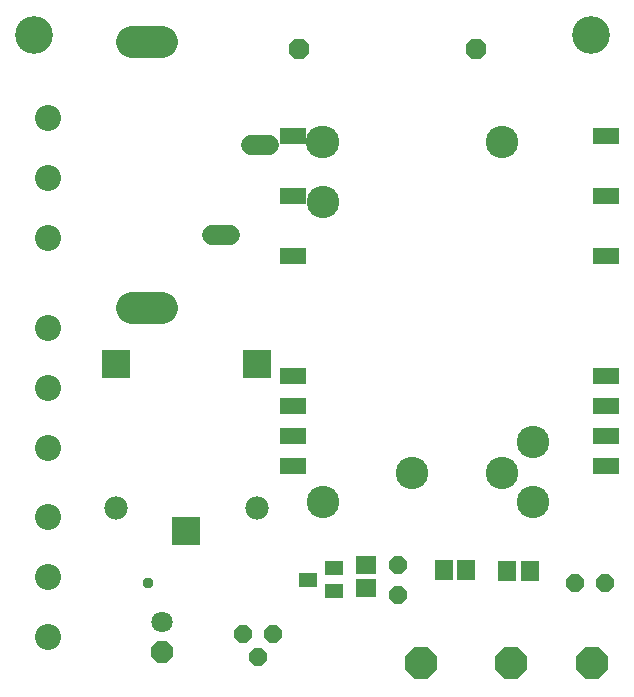
<source format=gbr>
G04 EAGLE Gerber RS-274X export*
G75*
%MOMM*%
%FSLAX34Y34*%
%LPD*%
%INSoldermask Top*%
%IPPOS*%
%AMOC8*
5,1,8,0,0,1.08239X$1,22.5*%
G01*
%ADD10C,3.203200*%
%ADD11P,1.869504X8X202.500000*%
%ADD12C,2.203200*%
%ADD13C,2.743200*%
%ADD14C,1.727200*%
%ADD15C,2.743200*%
%ADD16R,2.387600X2.387600*%
%ADD17C,1.981200*%
%ADD18R,1.603200X1.203200*%
%ADD19R,1.703200X1.503200*%
%ADD20P,2.969212X8X22.500000*%
%ADD21P,1.951982X8X292.500000*%
%ADD22C,1.803400*%
%ADD23R,1.503200X1.703200*%
%ADD24R,2.233200X1.403200*%
%ADD25P,1.649562X8X202.500000*%
%ADD26P,1.649562X8X112.500000*%
%ADD27C,0.959600*%


D10*
X31000Y560000D03*
X502275Y560000D03*
D11*
X405130Y548640D03*
X255270Y548640D03*
D12*
X42930Y388409D03*
X42930Y439209D03*
X42930Y490009D03*
X42930Y210609D03*
X42930Y261409D03*
X42930Y312209D03*
X42930Y50589D03*
X42930Y101389D03*
X42930Y152189D03*
D13*
X114300Y554482D02*
X139700Y554482D01*
X139700Y329438D02*
X114300Y329438D01*
D14*
X214630Y467360D02*
X229870Y467360D01*
X196850Y391160D02*
X181610Y391160D01*
D15*
X275590Y469900D03*
X275590Y419100D03*
X275590Y165100D03*
X453390Y165100D03*
X453390Y215900D03*
D16*
X160020Y139820D03*
X220020Y281820D03*
X100020Y281820D03*
D17*
X100020Y159820D03*
X220020Y159820D03*
D18*
X263320Y99060D03*
X285320Y108560D03*
X285320Y89560D03*
D19*
X312420Y92100D03*
X312420Y111100D03*
D20*
X358775Y28575D03*
X503555Y28575D03*
X434975Y28575D03*
D21*
X139700Y38100D03*
D22*
X139700Y63500D03*
D23*
X450825Y106680D03*
X431825Y106680D03*
D15*
X427155Y469565D03*
X275155Y469565D03*
X427155Y189565D03*
X351155Y189565D03*
D24*
X250555Y474980D03*
X250555Y424180D03*
X250555Y373380D03*
X250555Y271780D03*
X250555Y246380D03*
X250555Y220980D03*
X250555Y195580D03*
X515255Y195580D03*
X515255Y220980D03*
X515255Y246380D03*
X515255Y271780D03*
X515255Y373380D03*
X515255Y424180D03*
X515255Y474980D03*
D23*
X377850Y107315D03*
X396850Y107315D03*
D25*
X514350Y95885D03*
X488950Y95885D03*
X208280Y52705D03*
X220980Y33655D03*
X233680Y52705D03*
D26*
X339090Y85725D03*
X339090Y111125D03*
D27*
X127635Y96520D03*
M02*

</source>
